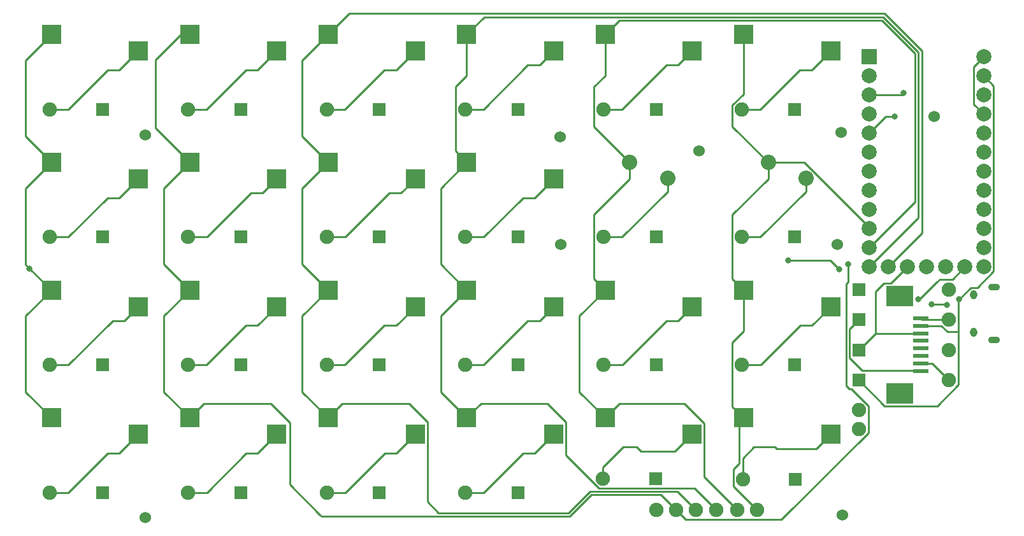
<source format=gbr>
%TF.GenerationSoftware,KiCad,Pcbnew,(6.0.4)*%
%TF.CreationDate,2024-05-03T15:52:29-07:00*%
%TF.ProjectId,left_ortholinear,6c656674-5f6f-4727-9468-6f6c696e6561,v1.0.0*%
%TF.SameCoordinates,Original*%
%TF.FileFunction,Copper,L2,Bot*%
%TF.FilePolarity,Positive*%
%FSLAX46Y46*%
G04 Gerber Fmt 4.6, Leading zero omitted, Abs format (unit mm)*
G04 Created by KiCad (PCBNEW (6.0.4)) date 2024-05-03 15:52:29*
%MOMM*%
%LPD*%
G01*
G04 APERTURE LIST*
%TA.AperFunction,ComponentPad*%
%ADD10C,1.524000*%
%TD*%
%TA.AperFunction,ComponentPad*%
%ADD11C,1.905000*%
%TD*%
%TA.AperFunction,ComponentPad*%
%ADD12R,1.778000X1.778000*%
%TD*%
%TA.AperFunction,SMDPad,CuDef*%
%ADD13R,2.600000X2.600000*%
%TD*%
%TA.AperFunction,ComponentPad*%
%ADD14C,2.032000*%
%TD*%
%TA.AperFunction,ComponentPad*%
%ADD15R,2.000000X2.000000*%
%TD*%
%TA.AperFunction,ComponentPad*%
%ADD16C,2.000000*%
%TD*%
%TA.AperFunction,ComponentPad*%
%ADD17O,1.550000X0.890000*%
%TD*%
%TA.AperFunction,ComponentPad*%
%ADD18O,0.950000X1.250000*%
%TD*%
%TA.AperFunction,SMDPad,CuDef*%
%ADD19R,2.000000X0.610000*%
%TD*%
%TA.AperFunction,SMDPad,CuDef*%
%ADD20R,3.600000X2.680000*%
%TD*%
%TA.AperFunction,ViaPad*%
%ADD21C,0.800000*%
%TD*%
%TA.AperFunction,Conductor*%
%ADD22C,0.250000*%
%TD*%
G04 APERTURE END LIST*
D10*
%TO.P,,1*%
%TO.N,N/C*%
X247700000Y-113200000D03*
%TD*%
D11*
%TO.P,,1*%
%TO.N,C7*%
X225700000Y-163400000D03*
%TD*%
%TO.P,D4,1*%
%TO.N,outer_nums*%
X142500000Y-110100000D03*
D12*
%TO.P,D4,2*%
%TO.N,D7*%
X149500000Y-110100000D03*
%TD*%
D11*
%TO.P,,1*%
%TO.N,E6*%
X236500000Y-163400000D03*
%TD*%
%TO.P,D19,1*%
%TO.N,index_top*%
X216100000Y-127100000D03*
D12*
%TO.P,D19,2*%
%TO.N,C6*%
X223100000Y-127100000D03*
%TD*%
D13*
%TO.P,S20,1*%
%TO.N,B4*%
X216325000Y-134150000D03*
%TO.P,S20,2*%
%TO.N,index_home*%
X227875000Y-136350000D03*
%TD*%
%TO.P,S14,1*%
%TO.N,B7*%
X179525000Y-100150000D03*
%TO.P,S14,2*%
%TO.N,ring_nums*%
X191075000Y-102350000D03*
%TD*%
D14*
%TO.P,S2,1*%
%TO.N,inner_top*%
X243000000Y-119300000D03*
%TO.P,S2,2*%
%TO.N,E6*%
X238000000Y-117200000D03*
%TD*%
D11*
%TO.P,D11,1*%
%TO.N,ring_top*%
X179300000Y-127100000D03*
D12*
%TO.P,D11,2*%
%TO.N,C6*%
X186300000Y-127100000D03*
%TD*%
D11*
%TO.P,,1*%
%TO.N,B7*%
X228400000Y-163400000D03*
%TD*%
%TO.P,D25,1*%
%TO.N,VCC*%
X262000000Y-134100000D03*
D12*
%TO.P,D25,2*%
%TO.N,D0*%
X250000000Y-134100000D03*
%TD*%
D11*
%TO.P,,1*%
%TO.N,B4*%
X233900000Y-163400000D03*
%TD*%
%TO.P,D27,1*%
%TO.N,VCC*%
X262000000Y-142100000D03*
D12*
%TO.P,D27,2*%
%TO.N,D5*%
X250000000Y-142100000D03*
%TD*%
D11*
%TO.P,D9,1*%
%TO.N,ring_bottom*%
X179300000Y-161100000D03*
D12*
%TO.P,D9,2*%
%TO.N,D3*%
X186300000Y-161100000D03*
%TD*%
D13*
%TO.P,S13,1*%
%TO.N,B7*%
X179525000Y-117150000D03*
%TO.P,S13,2*%
%TO.N,ring_top*%
X191075000Y-119350000D03*
%TD*%
%TO.P,S19,1*%
%TO.N,B4*%
X216325000Y-151150000D03*
%TO.P,S19,2*%
%TO.N,index_bottom*%
X227875000Y-153350000D03*
%TD*%
D11*
%TO.P,D23,1*%
%TO.N,inner_top*%
X234500000Y-127100000D03*
D12*
%TO.P,D23,2*%
%TO.N,C6*%
X241500000Y-127100000D03*
%TD*%
D10*
%TO.P,,1*%
%TO.N,N/C*%
X210300000Y-113800000D03*
%TD*%
%TO.P,,1*%
%TO.N,N/C*%
X247800000Y-164100000D03*
%TD*%
D13*
%TO.P,S15,1*%
%TO.N,B5*%
X197925000Y-151150000D03*
%TO.P,S15,2*%
%TO.N,middle_bottom*%
X209475000Y-153350000D03*
%TD*%
D11*
%TO.P,D13,1*%
%TO.N,middle_bottom*%
X197700000Y-161100000D03*
D12*
%TO.P,D13,2*%
%TO.N,D3*%
X204700000Y-161100000D03*
%TD*%
D10*
%TO.P,,1*%
%TO.N,N/C*%
X155200000Y-113500000D03*
%TD*%
D13*
%TO.P,S5,1*%
%TO.N,F1*%
X142725000Y-117150000D03*
%TO.P,S5,2*%
%TO.N,outer_top*%
X154275000Y-119350000D03*
%TD*%
%TO.P,S17,1*%
%TO.N,B5*%
X197925000Y-117150000D03*
%TO.P,S17,2*%
%TO.N,middle_top*%
X209475000Y-119350000D03*
%TD*%
%TO.P,S18,1*%
%TO.N,B5*%
X197925000Y-100150000D03*
%TO.P,S18,2*%
%TO.N,middle_nums*%
X209475000Y-102350000D03*
%TD*%
%TO.P,S22,1*%
%TO.N,E6*%
X234725000Y-151150000D03*
%TO.P,S22,2*%
%TO.N,inner_bottom*%
X246275000Y-153350000D03*
%TD*%
D11*
%TO.P,D18,1*%
%TO.N,index_home*%
X216100000Y-144100000D03*
D12*
%TO.P,D18,2*%
%TO.N,D4*%
X223100000Y-144100000D03*
%TD*%
D11*
%TO.P,D7,1*%
%TO.N,pinky_top*%
X160900000Y-127100000D03*
D12*
%TO.P,D7,2*%
%TO.N,C6*%
X167900000Y-127100000D03*
%TD*%
D11*
%TO.P,D8,1*%
%TO.N,pinky_nums*%
X160900000Y-110100000D03*
D12*
%TO.P,D8,2*%
%TO.N,D7*%
X167900000Y-110100000D03*
%TD*%
D13*
%TO.P,S4,1*%
%TO.N,F1*%
X142725000Y-134150000D03*
%TO.P,S4,2*%
%TO.N,outer_home*%
X154275000Y-136350000D03*
%TD*%
D11*
%TO.P,REF\u002A\u002A,1*%
%TO.N,VCC*%
X250000000Y-150100000D03*
%TD*%
D13*
%TO.P,S12,1*%
%TO.N,B7*%
X179525000Y-134150000D03*
%TO.P,S12,2*%
%TO.N,ring_home*%
X191075000Y-136350000D03*
%TD*%
D11*
%TO.P,D2,1*%
%TO.N,outer_home*%
X142500000Y-144100000D03*
D12*
%TO.P,D2,2*%
%TO.N,D4*%
X149500000Y-144100000D03*
%TD*%
D11*
%TO.P,D26,1*%
%TO.N,VCC*%
X262000000Y-138100000D03*
D12*
%TO.P,D26,2*%
%TO.N,D2*%
X250000000Y-138100000D03*
%TD*%
D15*
%TO.P,,1*%
%TO.N,D3*%
X251380000Y-103130000D03*
D16*
%TO.P,,2*%
%TO.N,D2*%
X251380000Y-105670000D03*
%TO.P,,3*%
%TO.N,GND*%
X251380000Y-108210000D03*
%TO.P,,4*%
X251380000Y-110750000D03*
%TO.P,,5*%
%TO.N,D1*%
X251380000Y-113290000D03*
%TO.P,,6*%
%TO.N,D0*%
X251380000Y-115830000D03*
%TO.P,,7*%
%TO.N,D4*%
X251380000Y-118370000D03*
%TO.P,,8*%
%TO.N,C6*%
X251380000Y-120910000D03*
%TO.P,,9*%
%TO.N,D7*%
X251380000Y-123450000D03*
%TO.P,,10*%
%TO.N,E6*%
X251380000Y-125990000D03*
%TO.P,,11*%
%TO.N,B4*%
X251380000Y-128530000D03*
%TO.P,,12*%
%TO.N,B5*%
X251380000Y-131070000D03*
%TO.P,,13*%
%TO.N,B6*%
X266620000Y-131070000D03*
%TO.P,,14*%
%TO.N,B2*%
X266620000Y-128530000D03*
%TO.P,,15*%
%TO.N,B3*%
X266620000Y-125990000D03*
%TO.P,,16*%
%TO.N,B1*%
X266620000Y-123450000D03*
%TO.P,,17*%
%TO.N,F7*%
X266620000Y-120910000D03*
%TO.P,,18*%
%TO.N,F6*%
X266620000Y-118370000D03*
%TO.P,,19*%
%TO.N,F5*%
X266620000Y-115830000D03*
%TO.P,,20*%
%TO.N,F4*%
X266620000Y-113290000D03*
%TO.P,,21*%
%TO.N,VCC*%
X266620000Y-110750000D03*
%TO.P,,22*%
%TO.N,RST*%
X266620000Y-108210000D03*
%TO.P,,23*%
%TO.N,GND*%
X266620000Y-105670000D03*
%TO.P,,24*%
%TO.N,VCC*%
X266620000Y-103130000D03*
%TO.P,,25*%
%TO.N,B7*%
X253920000Y-131070000D03*
%TO.P,,26*%
%TO.N,D5*%
X256460000Y-131070000D03*
%TO.P,,27*%
%TO.N,C7*%
X259000000Y-131070000D03*
%TO.P,,28*%
%TO.N,F1*%
X261540000Y-131070000D03*
%TO.P,,29*%
%TO.N,F0*%
X264080000Y-131070000D03*
%TD*%
D13*
%TO.P,S16,1*%
%TO.N,B5*%
X197925000Y-134150000D03*
%TO.P,S16,2*%
%TO.N,middle_home*%
X209475000Y-136350000D03*
%TD*%
D10*
%TO.P,,1*%
%TO.N,N/C*%
X247200000Y-128100000D03*
%TD*%
D11*
%TO.P,D6,1*%
%TO.N,pinky_home*%
X160900000Y-144100000D03*
D12*
%TO.P,D6,2*%
%TO.N,D4*%
X167900000Y-144100000D03*
%TD*%
D11*
%TO.P,D5,1*%
%TO.N,pinky_bottom*%
X160900000Y-161100000D03*
D12*
%TO.P,D5,2*%
%TO.N,D3*%
X167900000Y-161100000D03*
%TD*%
D13*
%TO.P,S10,1*%
%TO.N,C7*%
X161125000Y-100150000D03*
%TO.P,S10,2*%
%TO.N,pinky_nums*%
X172675000Y-102350000D03*
%TD*%
D11*
%TO.P,D1,1*%
%TO.N,outer_bottom*%
X142500000Y-161100000D03*
D12*
%TO.P,D1,2*%
%TO.N,D3*%
X149500000Y-161100000D03*
%TD*%
D13*
%TO.P,S11,1*%
%TO.N,B7*%
X179525000Y-151150000D03*
%TO.P,S11,2*%
%TO.N,ring_bottom*%
X191075000Y-153350000D03*
%TD*%
D11*
%TO.P,D21,1*%
%TO.N,inner_bottom*%
X234600000Y-159300000D03*
D12*
%TO.P,D21,2*%
%TO.N,D3*%
X241600000Y-159300000D03*
%TD*%
D13*
%TO.P,S7,1*%
%TO.N,C7*%
X161125000Y-151150000D03*
%TO.P,S7,2*%
%TO.N,pinky_bottom*%
X172675000Y-153350000D03*
%TD*%
D11*
%TO.P,,1*%
%TO.N,B5*%
X231100000Y-163400000D03*
%TD*%
D13*
%TO.P,S24,1*%
%TO.N,E6*%
X234725000Y-100150000D03*
%TO.P,S24,2*%
%TO.N,inner_nums*%
X246275000Y-102350000D03*
%TD*%
D10*
%TO.P,,1*%
%TO.N,N/C*%
X155200000Y-164400000D03*
%TD*%
D11*
%TO.P,D10,1*%
%TO.N,ring_home*%
X179300000Y-144100000D03*
D12*
%TO.P,D10,2*%
%TO.N,D4*%
X186300000Y-144100000D03*
%TD*%
D11*
%TO.P,D24,1*%
%TO.N,inner_nums*%
X234500000Y-110100000D03*
D12*
%TO.P,D24,2*%
%TO.N,D7*%
X241500000Y-110100000D03*
%TD*%
D11*
%TO.P,REF\u002A\u002A,1*%
%TO.N,trackpoint_reset*%
X250000000Y-152600000D03*
%TD*%
D13*
%TO.P,S23,1*%
%TO.N,E6*%
X234725000Y-134150000D03*
%TO.P,S23,2*%
%TO.N,inner_home*%
X246275000Y-136350000D03*
%TD*%
D11*
%TO.P,,1*%
%TO.N,F0*%
X223100000Y-163400000D03*
%TD*%
D13*
%TO.P,S8,1*%
%TO.N,C7*%
X161125000Y-134150000D03*
%TO.P,S8,2*%
%TO.N,pinky_home*%
X172675000Y-136350000D03*
%TD*%
%TO.P,S9,1*%
%TO.N,C7*%
X161125000Y-117150000D03*
%TO.P,S9,2*%
%TO.N,pinky_top*%
X172675000Y-119350000D03*
%TD*%
D11*
%TO.P,D16,1*%
%TO.N,middle_nums*%
X197700000Y-110100000D03*
D12*
%TO.P,D16,2*%
%TO.N,D7*%
X204700000Y-110100000D03*
%TD*%
D14*
%TO.P,S1,1*%
%TO.N,index_top*%
X224600000Y-119300000D03*
%TO.P,S1,2*%
%TO.N,B4*%
X219600000Y-117200000D03*
%TD*%
D13*
%TO.P,S21,1*%
%TO.N,B4*%
X216325000Y-100150000D03*
%TO.P,S21,2*%
%TO.N,index_nums*%
X227875000Y-102350000D03*
%TD*%
D10*
%TO.P,,1*%
%TO.N,N/C*%
X210400000Y-128100000D03*
%TD*%
D11*
%TO.P,D12,1*%
%TO.N,ring_nums*%
X179300000Y-110100000D03*
D12*
%TO.P,D12,2*%
%TO.N,D7*%
X186300000Y-110100000D03*
%TD*%
D11*
%TO.P,D3,1*%
%TO.N,outer_top*%
X142500000Y-127100000D03*
D12*
%TO.P,D3,2*%
%TO.N,C6*%
X149500000Y-127100000D03*
%TD*%
D11*
%TO.P,D15,1*%
%TO.N,middle_top*%
X197700000Y-127100000D03*
D12*
%TO.P,D15,2*%
%TO.N,C6*%
X204700000Y-127100000D03*
%TD*%
D11*
%TO.P,D28,1*%
%TO.N,trackpoint_reset*%
X262000000Y-146100000D03*
D12*
%TO.P,D28,2*%
%TO.N,GND*%
X250000000Y-146100000D03*
%TD*%
D11*
%TO.P,D14,1*%
%TO.N,middle_home*%
X197700000Y-144100000D03*
D12*
%TO.P,D14,2*%
%TO.N,D4*%
X204700000Y-144100000D03*
%TD*%
D10*
%TO.P,,1*%
%TO.N,N/C*%
X228800000Y-115600000D03*
%TD*%
D11*
%TO.P,D22,1*%
%TO.N,inner_home*%
X234500000Y-144100000D03*
D12*
%TO.P,D22,2*%
%TO.N,D4*%
X241500000Y-144100000D03*
%TD*%
D17*
%TO.P,,6*%
%TO.N,N/C*%
X268000000Y-133750000D03*
X268000000Y-140750000D03*
D18*
X265300000Y-139750000D03*
X265300000Y-134750000D03*
%TD*%
D13*
%TO.P,S3,1*%
%TO.N,F1*%
X142725000Y-151150000D03*
%TO.P,S3,2*%
%TO.N,outer_bottom*%
X154275000Y-153350000D03*
%TD*%
D11*
%TO.P,D17,1*%
%TO.N,index_bottom*%
X216000000Y-159200000D03*
D12*
%TO.P,D17,2*%
%TO.N,D3*%
X223000000Y-159200000D03*
%TD*%
D11*
%TO.P,D20,1*%
%TO.N,index_nums*%
X216100000Y-110100000D03*
D12*
%TO.P,D20,2*%
%TO.N,D7*%
X223100000Y-110100000D03*
%TD*%
D10*
%TO.P,,1*%
%TO.N,N/C*%
X260000000Y-111100000D03*
%TD*%
D13*
%TO.P,S6,1*%
%TO.N,F1*%
X142725000Y-100150000D03*
%TO.P,S6,2*%
%TO.N,outer_nums*%
X154275000Y-102350000D03*
%TD*%
D19*
%TO.P,,1*%
%TO.N,D2*%
X258250000Y-144900000D03*
%TO.P,,2*%
%TO.N,trackpoint_reset*%
X258250000Y-143900000D03*
%TO.P,,3*%
%TO.N,N/C*%
X258250000Y-142900000D03*
%TO.P,,4*%
X258250000Y-141900000D03*
%TO.P,,5*%
X258250000Y-140900000D03*
%TO.P,,6*%
%TO.N,D5*%
X258250000Y-139900000D03*
%TO.P,,7*%
%TO.N,GND*%
X258250000Y-138900000D03*
%TO.P,,8*%
%TO.N,VCC*%
X258250000Y-137900000D03*
D20*
%TO.P,,MP*%
%TO.N,N/C*%
X255450000Y-147890000D03*
X255450000Y-134910000D03*
%TD*%
D21*
%TO.N,F1*%
X247400000Y-131400000D03*
X240600000Y-130200000D03*
X139837500Y-131262500D03*
%TO.N,C7*%
X248600000Y-130700000D03*
%TO.N,GND*%
X263300000Y-135400000D03*
X256000000Y-107900000D03*
%TO.N,D1*%
X254800000Y-111100000D03*
%TO.N,D0*%
X259675500Y-136079123D03*
X261700000Y-136100000D03*
%TO.N,F0*%
X257900000Y-135400000D03*
%TD*%
D22*
%TO.N,index_top*%
X218554323Y-127100000D02*
X216100000Y-127100000D01*
X224600000Y-119300000D02*
X224600000Y-121054323D01*
X224600000Y-121054323D02*
X218554323Y-127100000D01*
%TO.N,B4*%
X229499511Y-151899511D02*
X226875479Y-149275479D01*
X218199521Y-149275479D02*
X216325000Y-151150000D01*
X212874579Y-137600421D02*
X216325000Y-134150000D01*
X216325000Y-100150000D02*
X218199521Y-98275479D01*
X214816504Y-132641504D02*
X214816504Y-124116504D01*
X257500000Y-122410000D02*
X251380000Y-128530000D01*
X216325000Y-151150000D02*
X212874579Y-147699579D01*
X216325000Y-105608008D02*
X216325000Y-100150000D01*
X253075479Y-98275479D02*
X257500000Y-102700000D01*
X212874579Y-147699579D02*
X212874579Y-137600421D01*
X257500000Y-102700000D02*
X257500000Y-122410000D01*
X226875479Y-149275479D02*
X218199521Y-149275479D01*
X219600000Y-117200000D02*
X214822989Y-112422989D01*
X229499511Y-158999511D02*
X229499511Y-151899511D01*
X233900000Y-163400000D02*
X229499511Y-158999511D01*
X214816504Y-124116504D02*
X219600000Y-119333008D01*
X219600000Y-119333008D02*
X219600000Y-117200000D01*
X214822989Y-112422989D02*
X214822989Y-107110019D01*
X216325000Y-134150000D02*
X214816504Y-132641504D01*
X218199521Y-98275479D02*
X253075479Y-98275479D01*
X214822989Y-107110019D02*
X216325000Y-105608008D01*
%TO.N,inner_top*%
X236954323Y-127100000D02*
X234500000Y-127100000D01*
X243000000Y-121054323D02*
X236954323Y-127100000D01*
X243000000Y-119300000D02*
X243000000Y-121054323D01*
%TO.N,E6*%
X233322989Y-158010019D02*
X234100000Y-157233008D01*
X233222989Y-109571044D02*
X233222989Y-112422989D01*
X251380000Y-125784230D02*
X251380000Y-125990000D01*
X233222989Y-141110019D02*
X233222989Y-149647989D01*
X233222989Y-112422989D02*
X238000000Y-117200000D01*
X234100000Y-157233008D02*
X234100000Y-151775000D01*
X242795770Y-117200000D02*
X251380000Y-125784230D01*
X236500000Y-163400000D02*
X233322989Y-160222989D01*
X238000000Y-117200000D02*
X242795770Y-117200000D01*
X234725000Y-139608008D02*
X233222989Y-141110019D01*
X234100000Y-151775000D02*
X234725000Y-151150000D01*
X238000000Y-117200000D02*
X238000000Y-119333008D01*
X233322989Y-160222989D02*
X233322989Y-158010019D01*
X233222989Y-132647989D02*
X234725000Y-134150000D01*
X238000000Y-119333008D02*
X233222989Y-124110019D01*
X233222989Y-149647989D02*
X234725000Y-151150000D01*
X233222989Y-124110019D02*
X233222989Y-132647989D01*
X234725000Y-108069033D02*
X233222989Y-109571044D01*
X234725000Y-100150000D02*
X234725000Y-108069033D01*
X234725000Y-134150000D02*
X234725000Y-139608008D01*
%TO.N,outer_bottom*%
X151750421Y-155874579D02*
X150179744Y-155874579D01*
X154275000Y-153350000D02*
X151750421Y-155874579D01*
X144954323Y-161100000D02*
X142500000Y-161100000D01*
X150179744Y-155874579D02*
X144954323Y-161100000D01*
%TO.N,F1*%
X246200000Y-130200000D02*
X247400000Y-131400000D01*
X240600000Y-130200000D02*
X246200000Y-130200000D01*
X142725000Y-100150000D02*
X139274579Y-103600421D01*
X139274579Y-130699579D02*
X139837500Y-131262500D01*
X139837500Y-131262500D02*
X142725000Y-134150000D01*
X142725000Y-117150000D02*
X139274579Y-120600421D01*
X139274579Y-113699579D02*
X142725000Y-117150000D01*
X139274579Y-120600421D02*
X139274579Y-130699579D01*
X142725000Y-134150000D02*
X139274579Y-137600421D01*
X139274579Y-103600421D02*
X139274579Y-113699579D01*
X139274579Y-137600421D02*
X139274579Y-147699579D01*
X139274579Y-147699579D02*
X142725000Y-151150000D01*
%TO.N,outer_home*%
X152400479Y-138224521D02*
X150875479Y-138224521D01*
X150875479Y-138224521D02*
X145000000Y-144100000D01*
X154275000Y-136350000D02*
X152400479Y-138224521D01*
X145000000Y-144100000D02*
X142500000Y-144100000D01*
%TO.N,outer_top*%
X150179744Y-121874579D02*
X144954323Y-127100000D01*
X151750421Y-121874579D02*
X150179744Y-121874579D01*
X144954323Y-127100000D02*
X142500000Y-127100000D01*
X154275000Y-119350000D02*
X151750421Y-121874579D01*
%TO.N,outer_nums*%
X150179744Y-104874579D02*
X144954323Y-110100000D01*
X151750421Y-104874579D02*
X150179744Y-104874579D01*
X144954323Y-110100000D02*
X142500000Y-110100000D01*
X154275000Y-102350000D02*
X151750421Y-104874579D01*
%TO.N,pinky_bottom*%
X170150421Y-155874579D02*
X168625421Y-155874579D01*
X163400000Y-161100000D02*
X160900000Y-161100000D01*
X172675000Y-153350000D02*
X170150421Y-155874579D01*
X168625421Y-155874579D02*
X163400000Y-161100000D01*
%TO.N,C7*%
X248336969Y-133336009D02*
X248336969Y-146863991D01*
X214459667Y-161376051D02*
X211586197Y-164249520D01*
X251277011Y-153128956D02*
X239902984Y-164502984D01*
X157674579Y-120600421D02*
X157674579Y-130699579D01*
X161125000Y-151150000D02*
X162999521Y-149275479D01*
X249019478Y-147313511D02*
X251277011Y-149571044D01*
X225700000Y-163400000D02*
X226977011Y-164677011D01*
X174400000Y-151825978D02*
X174400000Y-160000000D01*
X248600000Y-133072978D02*
X248336969Y-133336009D01*
X239728957Y-164677011D02*
X239902984Y-164502984D01*
X225700000Y-163400000D02*
X223676051Y-161376051D01*
X178649520Y-164249520D02*
X178450000Y-164050000D01*
X174400000Y-160000000D02*
X178450000Y-164050000D01*
X211586197Y-164249520D02*
X178649520Y-164249520D01*
X156600000Y-112625000D02*
X161125000Y-117150000D01*
X239902984Y-164502984D02*
X239728956Y-164677011D01*
X156600000Y-103500000D02*
X156600000Y-112625000D01*
X248600000Y-130700000D02*
X248600000Y-133072978D01*
X248786489Y-147313511D02*
X249019478Y-147313511D01*
X248336969Y-146863991D02*
X248786489Y-147313511D01*
X162999521Y-149275479D02*
X171849501Y-149275479D01*
X161125000Y-117150000D02*
X157674579Y-120600421D01*
X251277011Y-149571044D02*
X251277011Y-153128956D01*
X223676051Y-161376051D02*
X214459667Y-161376051D01*
X171849501Y-149275479D02*
X174400000Y-151825978D01*
X157674579Y-130699579D02*
X161125000Y-134150000D01*
X161125000Y-100150000D02*
X159950000Y-100150000D01*
X161125000Y-134150000D02*
X157674579Y-137600421D01*
X157674579Y-137600421D02*
X157674579Y-147699579D01*
X226977011Y-164677011D02*
X239728957Y-164677011D01*
X157674579Y-147699579D02*
X161125000Y-151150000D01*
X159950000Y-100150000D02*
X156600000Y-103500000D01*
%TO.N,pinky_home*%
X163354323Y-144100000D02*
X160900000Y-144100000D01*
X170150421Y-138874579D02*
X168579744Y-138874579D01*
X168579744Y-138874579D02*
X163354323Y-144100000D01*
X172675000Y-136350000D02*
X170150421Y-138874579D01*
%TO.N,pinky_top*%
X170800479Y-121224521D02*
X169275479Y-121224521D01*
X172675000Y-119350000D02*
X170800479Y-121224521D01*
X163400000Y-127100000D02*
X160900000Y-127100000D01*
X169275479Y-121224521D02*
X163400000Y-127100000D01*
%TO.N,pinky_nums*%
X163354323Y-110100000D02*
X160900000Y-110100000D01*
X170150421Y-104874579D02*
X168579744Y-104874579D01*
X168579744Y-104874579D02*
X163354323Y-110100000D01*
X172675000Y-102350000D02*
X170150421Y-104874579D01*
%TO.N,ring_bottom*%
X188550421Y-155874579D02*
X187025421Y-155874579D01*
X191075000Y-153350000D02*
X188550421Y-155874579D01*
X181800000Y-161100000D02*
X179300000Y-161100000D01*
X187025421Y-155874579D02*
X181800000Y-161100000D01*
%TO.N,B7*%
X194200000Y-163800000D02*
X211400000Y-163800000D01*
X179525000Y-151150000D02*
X176074579Y-147699579D01*
X190249501Y-149275479D02*
X192699511Y-151725489D01*
X176074579Y-120600421D02*
X179525000Y-117150000D01*
X192699511Y-162299511D02*
X194200000Y-163800000D01*
X258399040Y-126590960D02*
X253920000Y-131070000D01*
X176074579Y-113699579D02*
X176074579Y-103600421D01*
X179525000Y-117150000D02*
X176074579Y-113699579D01*
X211400000Y-163800000D02*
X214300000Y-160900000D01*
X225926531Y-160926531D02*
X228400000Y-163400000D01*
X182298561Y-97376439D02*
X253447874Y-97376439D01*
X192699511Y-151725489D02*
X192699511Y-162299511D01*
X258399040Y-102327606D02*
X258399040Y-126590960D01*
X214300000Y-160900000D02*
X215258315Y-160900000D01*
X215284847Y-160926531D02*
X225926531Y-160926531D01*
X176074579Y-103600421D02*
X179525000Y-100150000D01*
X176074579Y-147699579D02*
X176074579Y-137600421D01*
X215258315Y-160900000D02*
X215284847Y-160926531D01*
X179525000Y-100150000D02*
X182298561Y-97376439D01*
X253447874Y-97376439D02*
X258399040Y-102327606D01*
X179525000Y-151150000D02*
X181399521Y-149275479D01*
X176074579Y-130699579D02*
X176074579Y-120600421D01*
X181399521Y-149275479D02*
X190249501Y-149275479D01*
X176074579Y-137600421D02*
X179525000Y-134150000D01*
X179525000Y-134150000D02*
X176074579Y-130699579D01*
%TO.N,ring_home*%
X188550421Y-138874579D02*
X186979744Y-138874579D01*
X191075000Y-136350000D02*
X188550421Y-138874579D01*
X181754323Y-144100000D02*
X179300000Y-144100000D01*
X186979744Y-138874579D02*
X181754323Y-144100000D01*
%TO.N,ring_top*%
X187675479Y-121224521D02*
X181800000Y-127100000D01*
X189200479Y-121224521D02*
X187675479Y-121224521D01*
X191075000Y-119350000D02*
X189200479Y-121224521D01*
X181800000Y-127100000D02*
X179300000Y-127100000D01*
%TO.N,ring_nums*%
X186979744Y-104874579D02*
X181754323Y-110100000D01*
X188550421Y-104874579D02*
X186979744Y-104874579D01*
X191075000Y-102350000D02*
X188550421Y-104874579D01*
X181754323Y-110100000D02*
X179300000Y-110100000D01*
%TO.N,middle_bottom*%
X200154323Y-161100000D02*
X197700000Y-161100000D01*
X205379744Y-155874579D02*
X200154323Y-161100000D01*
X209475000Y-153350000D02*
X206950421Y-155874579D01*
X206950421Y-155874579D02*
X205379744Y-155874579D01*
%TO.N,B5*%
X257949520Y-102513803D02*
X257949520Y-124500480D01*
X200249041Y-97825959D02*
X253261676Y-97825959D01*
X257949520Y-124500480D02*
X251380000Y-131070000D01*
X196422989Y-115647989D02*
X197925000Y-117150000D01*
X197925000Y-117150000D02*
X194474579Y-120600421D01*
X194474579Y-137600421D02*
X194474579Y-147699579D01*
X197925000Y-134150000D02*
X194474579Y-137600421D01*
X196422989Y-107110019D02*
X196422989Y-115647989D01*
X211099511Y-151725489D02*
X208649501Y-149275479D01*
X197925000Y-100150000D02*
X197925000Y-105608008D01*
X197925000Y-105608008D02*
X196422989Y-107110019D01*
X194474579Y-120600421D02*
X194474579Y-130699579D01*
X253261676Y-97825959D02*
X257949520Y-102513803D01*
X215471044Y-160477011D02*
X211099511Y-156105478D01*
X197925000Y-100150000D02*
X200249041Y-97825959D01*
X194474579Y-130699579D02*
X197925000Y-134150000D01*
X231100000Y-163400000D02*
X228177011Y-160477011D01*
X208649501Y-149275479D02*
X199799521Y-149275479D01*
X194474579Y-147699579D02*
X197925000Y-151150000D01*
X211099511Y-156105478D02*
X211099511Y-151725489D01*
X228177011Y-160477011D02*
X215471044Y-160477011D01*
X199799521Y-149275479D02*
X197925000Y-151150000D01*
%TO.N,middle_home*%
X209475000Y-136350000D02*
X207600479Y-138224521D01*
X200154323Y-144100000D02*
X197700000Y-144100000D01*
X207600479Y-138224521D02*
X206029802Y-138224521D01*
X206029802Y-138224521D02*
X200154323Y-144100000D01*
%TO.N,middle_top*%
X200200000Y-127100000D02*
X197700000Y-127100000D01*
X206950421Y-121874579D02*
X205425421Y-121874579D01*
X209475000Y-119350000D02*
X206950421Y-121874579D01*
X205425421Y-121874579D02*
X200200000Y-127100000D01*
%TO.N,middle_nums*%
X207600479Y-104224521D02*
X206029802Y-104224521D01*
X200154323Y-110100000D02*
X197700000Y-110100000D01*
X209475000Y-102350000D02*
X207600479Y-104224521D01*
X206029802Y-104224521D02*
X200154323Y-110100000D01*
%TO.N,index_bottom*%
X220465302Y-155010979D02*
X218689021Y-155010979D01*
X216000000Y-157700000D02*
X216000000Y-159200000D01*
X221071736Y-155617413D02*
X220465302Y-155010979D01*
X227875000Y-153350000D02*
X225607587Y-155617413D01*
X225607587Y-155617413D02*
X221071736Y-155617413D01*
X218689021Y-155010979D02*
X216000000Y-157700000D01*
%TO.N,index_home*%
X226000479Y-138224521D02*
X224475479Y-138224521D01*
X227875000Y-136350000D02*
X226000479Y-138224521D01*
X224475479Y-138224521D02*
X218600000Y-144100000D01*
X218600000Y-144100000D02*
X216100000Y-144100000D01*
%TO.N,index_nums*%
X218554323Y-110100000D02*
X216100000Y-110100000D01*
X226000479Y-104224521D02*
X224429802Y-104224521D01*
X227875000Y-102350000D02*
X226000479Y-104224521D01*
X224429802Y-104224521D02*
X218554323Y-110100000D01*
%TO.N,inner_bottom*%
X239078844Y-155224521D02*
X238854323Y-155000000D01*
X234600000Y-156500000D02*
X234600000Y-159300000D01*
X246275000Y-153350000D02*
X244400479Y-155224521D01*
X238854323Y-155000000D02*
X236100000Y-155000000D01*
X236100000Y-155000000D02*
X234600000Y-156500000D01*
X244400479Y-155224521D02*
X239078844Y-155224521D01*
%TO.N,inner_home*%
X237000000Y-144100000D02*
X234500000Y-144100000D01*
X243750421Y-138874579D02*
X242225421Y-138874579D01*
X242225421Y-138874579D02*
X237000000Y-144100000D01*
X246275000Y-136350000D02*
X243750421Y-138874579D01*
%TO.N,inner_nums*%
X236954323Y-110100000D02*
X234500000Y-110100000D01*
X243750421Y-104874579D02*
X242179744Y-104874579D01*
X246275000Y-102350000D02*
X243750421Y-104874579D01*
X242179744Y-104874579D02*
X236954323Y-110100000D01*
%TO.N,GND*%
X263277011Y-135422989D02*
X263277011Y-139722989D01*
X263300000Y-135400000D02*
X263277011Y-135422989D01*
X264899520Y-133800480D02*
X265799520Y-133800480D01*
X263277011Y-139722989D02*
X263277011Y-146722989D01*
X263277011Y-146722989D02*
X260445489Y-149554511D01*
X260994033Y-138900000D02*
X261817022Y-139722989D01*
X258250000Y-138900000D02*
X260994033Y-138900000D01*
X260445489Y-149554511D02*
X253454511Y-149554511D01*
X255690000Y-108210000D02*
X251380000Y-108210000D01*
X267944511Y-106994511D02*
X266620000Y-105670000D01*
X253454511Y-149554511D02*
X250000000Y-146100000D01*
X256000000Y-107900000D02*
X255690000Y-108210000D01*
X261817022Y-139722989D02*
X263277011Y-139722989D01*
X265799520Y-133800480D02*
X267944511Y-131655489D01*
X267944511Y-131655489D02*
X267944511Y-106994511D01*
X263300000Y-135400000D02*
X264899520Y-133800480D01*
%TO.N,VCC*%
X265295489Y-109425489D02*
X265295489Y-105404511D01*
X262000000Y-138100000D02*
X258450000Y-138100000D01*
X258450000Y-138100000D02*
X258250000Y-137900000D01*
X266620000Y-103130000D02*
X265295489Y-104454511D01*
X266620000Y-110750000D02*
X265295489Y-109425489D01*
X265295489Y-105404511D02*
X265300000Y-105400000D01*
X265295489Y-104454511D02*
X265295489Y-108600000D01*
%TO.N,D2*%
X250000000Y-138100000D02*
X248786489Y-139313511D01*
X248786489Y-143186489D02*
X250486489Y-144886489D01*
X258236489Y-144886489D02*
X258250000Y-144900000D01*
X248786489Y-139313511D02*
X248786489Y-143186489D01*
X250486489Y-144886489D02*
X258236489Y-144886489D01*
%TO.N,D1*%
X253570000Y-111100000D02*
X251380000Y-113290000D01*
X254800000Y-111100000D02*
X253570000Y-111100000D01*
%TO.N,D0*%
X261679123Y-136079123D02*
X261700000Y-136100000D01*
X259675500Y-136079123D02*
X261679123Y-136079123D01*
%TO.N,D5*%
X253325489Y-133245489D02*
X252200000Y-134370978D01*
X250000000Y-142100000D02*
X252200000Y-139900000D01*
X252200000Y-139900000D02*
X258250000Y-139900000D01*
X252200000Y-134370978D02*
X252200000Y-139900000D01*
X254284511Y-133245489D02*
X253325489Y-133245489D01*
X256460000Y-131070000D02*
X254284511Y-133245489D01*
%TO.N,F0*%
X258100000Y-135400000D02*
X260400000Y-133100000D01*
X257900000Y-135400000D02*
X258100000Y-135400000D01*
X264080000Y-131070000D02*
X262450000Y-132700000D01*
X260800000Y-132700000D02*
X260400000Y-133100000D01*
X262450000Y-132700000D02*
X260800000Y-132700000D01*
X260400000Y-133100000D02*
X260700000Y-132800000D01*
%TO.N,trackpoint_reset*%
X259800000Y-143900000D02*
X262000000Y-146100000D01*
X258250000Y-143900000D02*
X259800000Y-143900000D01*
%TD*%
M02*

</source>
